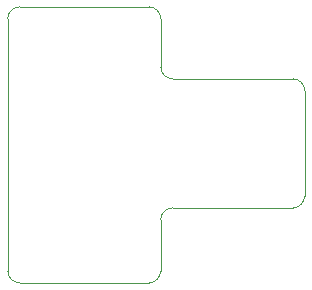
<source format=gm1>
G04 #@! TF.GenerationSoftware,KiCad,Pcbnew,5.1.2-f72e74a~84~ubuntu16.04.1*
G04 #@! TF.CreationDate,2019-05-05T15:33:26-04:00*
G04 #@! TF.ProjectId,switch_adaptor,73776974-6368-45f6-9164-6170746f722e,1.0*
G04 #@! TF.SameCoordinates,Original*
G04 #@! TF.FileFunction,Profile,NP*
%FSLAX46Y46*%
G04 Gerber Fmt 4.6, Leading zero omitted, Abs format (unit mm)*
G04 Created by KiCad (PCBNEW 5.1.2-f72e74a~84~ubuntu16.04.1) date 2019-05-05 15:33:26*
%MOMM*%
%LPD*%
G04 APERTURE LIST*
%ADD10C,0.050000*%
G04 APERTURE END LIST*
D10*
X143256000Y-91948000D02*
G75*
G02X142240000Y-90932000I0J1016000D01*
G01*
X142240000Y-103886000D02*
X142240000Y-108204000D01*
X142240000Y-86868000D02*
X142240000Y-90932000D01*
X129286000Y-86868000D02*
X129286000Y-108204000D01*
X154432000Y-92964000D02*
X154432000Y-101854000D01*
X143256000Y-102870000D02*
X153416000Y-102870000D01*
X143256000Y-91948000D02*
X153416000Y-91948000D01*
X142240000Y-103886000D02*
G75*
G02X143256000Y-102870000I1016000J0D01*
G01*
X154432000Y-101854000D02*
G75*
G02X153416000Y-102870000I-1016000J0D01*
G01*
X153416000Y-91948000D02*
G75*
G02X154432000Y-92964000I0J-1016000D01*
G01*
X141224000Y-109220000D02*
X130302000Y-109220000D01*
X130302000Y-85852000D02*
X141224000Y-85852000D01*
X141224000Y-109220000D02*
G75*
G03X142240000Y-108204000I0J1016000D01*
G01*
X129286000Y-108204000D02*
G75*
G03X130302000Y-109220000I1016000J0D01*
G01*
X141224000Y-85852000D02*
G75*
G02X142240000Y-86868000I0J-1016000D01*
G01*
X129286000Y-86868000D02*
G75*
G02X130302000Y-85852000I1016000J0D01*
G01*
M02*

</source>
